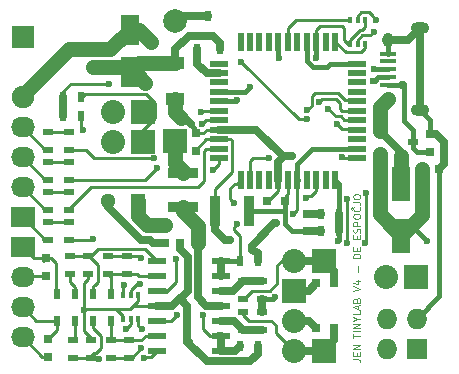
<source format=gbr>
G04 #@! TF.FileFunction,Copper,L1,Top,Signal*
%FSLAX46Y46*%
G04 Gerber Fmt 4.6, Leading zero omitted, Abs format (unit mm)*
G04 Created by KiCad (PCBNEW 4.0.1-stable) date 25/03/2016 9:42:22 AM*
%MOMM*%
G01*
G04 APERTURE LIST*
%ADD10C,0.100000*%
%ADD11R,0.800000X0.750000*%
%ADD12R,0.750000X0.800000*%
%ADD13C,1.300000*%
%ADD14R,1.300000X1.300000*%
%ADD15C,1.998980*%
%ADD16R,1.998980X1.998980*%
%ADD17R,1.600000X1.000000*%
%ADD18R,1.600000X0.560000*%
%ADD19R,0.560000X1.600000*%
%ADD20R,1.905000X1.905000*%
%ADD21C,1.905000*%
%ADD22R,0.900000X2.500000*%
%ADD23R,2.500000X0.900000*%
%ADD24R,2.032000X2.032000*%
%ADD25O,2.032000X2.032000*%
%ADD26R,1.350000X0.400000*%
%ADD27O,0.950000X1.250000*%
%ADD28O,1.550000X1.000000*%
%ADD29R,2.032000X1.727200*%
%ADD30O,2.032000X1.727200*%
%ADD31R,1.727200X1.727200*%
%ADD32O,1.727200X1.727200*%
%ADD33R,0.600000X0.900000*%
%ADD34R,0.900000X0.500000*%
%ADD35R,0.500000X0.900000*%
%ADD36R,0.900000X0.600000*%
%ADD37R,1.500000X0.600000*%
%ADD38R,0.304800X0.508000*%
%ADD39R,1.600200X2.999740*%
%ADD40R,1.600200X2.600960*%
%ADD41C,0.600000*%
%ADD42C,0.250000*%
%ADD43C,0.635000*%
%ADD44C,1.270000*%
%ADD45C,0.400000*%
G04 APERTURE END LIST*
D10*
X108411229Y-125167714D02*
X108839800Y-125167714D01*
X108925514Y-125196286D01*
X108982657Y-125253429D01*
X109011229Y-125339143D01*
X109011229Y-125396286D01*
X108696943Y-124882000D02*
X108696943Y-124682000D01*
X109011229Y-124596286D02*
X109011229Y-124882000D01*
X108411229Y-124882000D01*
X108411229Y-124596286D01*
X109011229Y-124339143D02*
X108411229Y-124339143D01*
X109011229Y-123996286D01*
X108411229Y-123996286D01*
X108411229Y-123339143D02*
X108411229Y-122996286D01*
X109011229Y-123167715D02*
X108411229Y-123167715D01*
X109011229Y-122796286D02*
X108411229Y-122796286D01*
X109011229Y-122510572D02*
X108411229Y-122510572D01*
X109011229Y-122167715D01*
X108411229Y-122167715D01*
X108725514Y-121767715D02*
X109011229Y-121767715D01*
X108411229Y-121967715D02*
X108725514Y-121767715D01*
X108411229Y-121567715D01*
X109011229Y-121082001D02*
X109011229Y-121367715D01*
X108411229Y-121367715D01*
X108839800Y-120910572D02*
X108839800Y-120624858D01*
X109011229Y-120967715D02*
X108411229Y-120767715D01*
X109011229Y-120567715D01*
X108696943Y-120167715D02*
X108725514Y-120082001D01*
X108754086Y-120053429D01*
X108811229Y-120024858D01*
X108896943Y-120024858D01*
X108954086Y-120053429D01*
X108982657Y-120082001D01*
X109011229Y-120139143D01*
X109011229Y-120367715D01*
X108411229Y-120367715D01*
X108411229Y-120167715D01*
X108439800Y-120110572D01*
X108468371Y-120082001D01*
X108525514Y-120053429D01*
X108582657Y-120053429D01*
X108639800Y-120082001D01*
X108668371Y-120110572D01*
X108696943Y-120167715D01*
X108696943Y-120367715D01*
X108411229Y-119396286D02*
X109011229Y-119196286D01*
X108411229Y-118996286D01*
X108611229Y-118539143D02*
X109011229Y-118539143D01*
X108382657Y-118682000D02*
X108811229Y-118824857D01*
X108811229Y-118453429D01*
X108782657Y-117767714D02*
X108782657Y-117310571D01*
X109011229Y-116567714D02*
X108411229Y-116567714D01*
X108411229Y-116424857D01*
X108439800Y-116339142D01*
X108496943Y-116282000D01*
X108554086Y-116253428D01*
X108668371Y-116224857D01*
X108754086Y-116224857D01*
X108868371Y-116253428D01*
X108925514Y-116282000D01*
X108982657Y-116339142D01*
X109011229Y-116424857D01*
X109011229Y-116567714D01*
X108696943Y-115967714D02*
X108696943Y-115767714D01*
X109011229Y-115682000D02*
X109011229Y-115967714D01*
X108411229Y-115967714D01*
X108411229Y-115682000D01*
X108696943Y-114967714D02*
X108696943Y-114767714D01*
X109011229Y-114682000D02*
X109011229Y-114967714D01*
X108411229Y-114967714D01*
X108411229Y-114682000D01*
X108982657Y-114453428D02*
X109011229Y-114367714D01*
X109011229Y-114224857D01*
X108982657Y-114167714D01*
X108954086Y-114139143D01*
X108896943Y-114110571D01*
X108839800Y-114110571D01*
X108782657Y-114139143D01*
X108754086Y-114167714D01*
X108725514Y-114224857D01*
X108696943Y-114339143D01*
X108668371Y-114396285D01*
X108639800Y-114424857D01*
X108582657Y-114453428D01*
X108525514Y-114453428D01*
X108468371Y-114424857D01*
X108439800Y-114396285D01*
X108411229Y-114339143D01*
X108411229Y-114196285D01*
X108439800Y-114110571D01*
X109011229Y-113853428D02*
X108411229Y-113853428D01*
X108411229Y-113624856D01*
X108439800Y-113567714D01*
X108468371Y-113539142D01*
X108525514Y-113510571D01*
X108611229Y-113510571D01*
X108668371Y-113539142D01*
X108696943Y-113567714D01*
X108725514Y-113624856D01*
X108725514Y-113853428D01*
X108411229Y-113139142D02*
X108411229Y-113024856D01*
X108439800Y-112967714D01*
X108496943Y-112910571D01*
X108611229Y-112881999D01*
X108811229Y-112881999D01*
X108925514Y-112910571D01*
X108982657Y-112967714D01*
X109011229Y-113024856D01*
X109011229Y-113139142D01*
X108982657Y-113196285D01*
X108925514Y-113253428D01*
X108811229Y-113281999D01*
X108611229Y-113281999D01*
X108496943Y-113253428D01*
X108439800Y-113196285D01*
X108411229Y-113139142D01*
X108954086Y-112282000D02*
X108982657Y-112310571D01*
X109011229Y-112396285D01*
X109011229Y-112453428D01*
X108982657Y-112539143D01*
X108925514Y-112596285D01*
X108868371Y-112624857D01*
X108754086Y-112653428D01*
X108668371Y-112653428D01*
X108554086Y-112624857D01*
X108496943Y-112596285D01*
X108439800Y-112539143D01*
X108411229Y-112453428D01*
X108411229Y-112396285D01*
X108439800Y-112310571D01*
X108468371Y-112282000D01*
X108268371Y-112539143D02*
X108182657Y-112424857D01*
X108268371Y-112310571D01*
X108411229Y-111853428D02*
X108839800Y-111853428D01*
X108925514Y-111882000D01*
X108982657Y-111939143D01*
X109011229Y-112024857D01*
X109011229Y-112082000D01*
X108411229Y-111453428D02*
X108411229Y-111339142D01*
X108439800Y-111282000D01*
X108496943Y-111224857D01*
X108611229Y-111196285D01*
X108811229Y-111196285D01*
X108925514Y-111224857D01*
X108982657Y-111282000D01*
X109011229Y-111339142D01*
X109011229Y-111453428D01*
X108982657Y-111510571D01*
X108925514Y-111567714D01*
X108811229Y-111596285D01*
X108611229Y-111596285D01*
X108496943Y-111567714D01*
X108439800Y-111510571D01*
X108411229Y-111453428D01*
D11*
X106795000Y-122555000D03*
X105295000Y-122555000D03*
X106795000Y-118745000D03*
X105295000Y-118745000D03*
D12*
X114887200Y-107633200D03*
X114887200Y-106133200D03*
D11*
X114213400Y-109029500D03*
X115713400Y-109029500D03*
D12*
X104521000Y-114351500D03*
X104521000Y-112851500D03*
D11*
X95238000Y-115316000D03*
X93738000Y-115316000D03*
X102604000Y-111760000D03*
X101104000Y-111760000D03*
D12*
X86360000Y-98945000D03*
X86360000Y-100445000D03*
X95059500Y-107557000D03*
X95059500Y-106057000D03*
X82423000Y-118098000D03*
X82423000Y-116598000D03*
X82550000Y-124956000D03*
X82550000Y-123456000D03*
D13*
X87670000Y-111760000D03*
D14*
X90170000Y-111760000D03*
D12*
X92456000Y-113804000D03*
X92456000Y-115304000D03*
D15*
X93342460Y-96520000D03*
D16*
X93342460Y-106680000D03*
D17*
X93345000Y-103100000D03*
X93345000Y-100100000D03*
D18*
X108720000Y-108140000D03*
X108720000Y-107340000D03*
X108720000Y-106540000D03*
X108720000Y-105740000D03*
X108720000Y-104940000D03*
X108720000Y-104140000D03*
X108720000Y-103340000D03*
X108720000Y-102540000D03*
X108720000Y-101740000D03*
X108720000Y-100940000D03*
X108720000Y-100140000D03*
D19*
X106870000Y-98290000D03*
X106070000Y-98290000D03*
X105270000Y-98290000D03*
X104470000Y-98290000D03*
X103670000Y-98290000D03*
X102870000Y-98290000D03*
X102070000Y-98290000D03*
X101270000Y-98290000D03*
X100470000Y-98290000D03*
X99670000Y-98290000D03*
X98870000Y-98290000D03*
D18*
X97020000Y-100140000D03*
X97020000Y-100940000D03*
X97020000Y-101740000D03*
X97020000Y-102540000D03*
X97020000Y-103340000D03*
X97020000Y-104140000D03*
X97020000Y-104940000D03*
X97020000Y-105740000D03*
X97020000Y-106540000D03*
X97020000Y-107340000D03*
X97020000Y-108140000D03*
D19*
X98870000Y-109990000D03*
X99670000Y-109990000D03*
X100470000Y-109990000D03*
X101270000Y-109990000D03*
X102070000Y-109990000D03*
X102870000Y-109990000D03*
X103670000Y-109990000D03*
X104470000Y-109990000D03*
X105270000Y-109990000D03*
X106070000Y-109990000D03*
X106870000Y-109990000D03*
D20*
X80444800Y-97917000D03*
D21*
X80444800Y-102997000D03*
D22*
X96721000Y-112649000D03*
X99621000Y-112649000D03*
D23*
X93980000Y-112321000D03*
X93980000Y-109421000D03*
D24*
X105918000Y-124460000D03*
D25*
X103378000Y-124460000D03*
D26*
X111340460Y-101910300D03*
X111340460Y-101260300D03*
X111340460Y-100610300D03*
X111340460Y-99960300D03*
X111340460Y-99310300D03*
D27*
X111340460Y-103110300D03*
X111340460Y-98110300D03*
D28*
X114040460Y-104110300D03*
X114040460Y-97110300D03*
D29*
X80444800Y-113157000D03*
D30*
X80444800Y-110617000D03*
X80444800Y-108077000D03*
X80444800Y-105537000D03*
D31*
X113795000Y-124307600D03*
D32*
X111255000Y-124307600D03*
X113795000Y-121767600D03*
X111255000Y-121767600D03*
D24*
X105918000Y-116840000D03*
D25*
X103378000Y-116840000D03*
D29*
X80444800Y-115697000D03*
D30*
X80444800Y-118237000D03*
X80444800Y-120777000D03*
X80444800Y-123317000D03*
D24*
X113706100Y-118224300D03*
D25*
X111166100Y-118224300D03*
D24*
X103378000Y-119380000D03*
D25*
X103378000Y-121920000D03*
D33*
X96139000Y-96136000D03*
X97089000Y-98936000D03*
X95189000Y-98936000D03*
D34*
X99060000Y-122670000D03*
X99060000Y-121170000D03*
X99060000Y-118566500D03*
X99060000Y-120066500D03*
X100647500Y-122670000D03*
X100647500Y-121170000D03*
X100647500Y-120066500D03*
X100647500Y-118566500D03*
D35*
X105676000Y-114300000D03*
X107176000Y-114300000D03*
X105676000Y-112903000D03*
X107176000Y-112903000D03*
D34*
X82550000Y-105930000D03*
X82550000Y-107430000D03*
X82550000Y-108470000D03*
X82550000Y-109970000D03*
X82550000Y-111010000D03*
X82550000Y-112510000D03*
X82550000Y-113550000D03*
X82550000Y-115050000D03*
X84328000Y-107430000D03*
X84328000Y-105930000D03*
X84328000Y-109970000D03*
X84328000Y-108470000D03*
X84328000Y-112510000D03*
X84328000Y-111010000D03*
X84328000Y-115050000D03*
X84328000Y-113550000D03*
X89395300Y-123570300D03*
X89395300Y-125070300D03*
X87871300Y-123570300D03*
X87871300Y-125070300D03*
X89281000Y-117971000D03*
X89281000Y-116471000D03*
X87630000Y-117971000D03*
X87630000Y-116471000D03*
D35*
X86372000Y-119634000D03*
X87872000Y-119634000D03*
X86372000Y-121920000D03*
X87872000Y-121920000D03*
X98818000Y-124079000D03*
X100318000Y-124079000D03*
D34*
X84455000Y-117971000D03*
X84455000Y-116471000D03*
X84709000Y-123583000D03*
X84709000Y-125083000D03*
D35*
X83324000Y-119634000D03*
X84824000Y-119634000D03*
X83324000Y-121920000D03*
X84824000Y-121920000D03*
X85332000Y-102946200D03*
X83832000Y-102946200D03*
X83832000Y-104546400D03*
X85332000Y-104546400D03*
X100318000Y-116840000D03*
X98818000Y-116840000D03*
D34*
X85979000Y-116471000D03*
X85979000Y-117971000D03*
X86233000Y-123583000D03*
X86233000Y-125083000D03*
D36*
X113464800Y-106807000D03*
X110664800Y-107757000D03*
X110664800Y-105857000D03*
D37*
X97213400Y-124485400D03*
X97213400Y-123215400D03*
X97213400Y-121945400D03*
X97213400Y-120675400D03*
X97213400Y-119405400D03*
X97213400Y-118135400D03*
X97213400Y-116865400D03*
X91813400Y-116865400D03*
X91813400Y-118135400D03*
X91813400Y-119405400D03*
X91813400Y-120675400D03*
X91813400Y-121945400D03*
X91813400Y-123215400D03*
X91813400Y-124485400D03*
D38*
X90195400Y-119710200D03*
X88925400Y-119710200D03*
X90195400Y-121742200D03*
X89560400Y-119710200D03*
X88925400Y-121742200D03*
X89560400Y-121742200D03*
X108140500Y-98488500D03*
X109410500Y-98488500D03*
X108140500Y-96456500D03*
X108775500Y-98488500D03*
X109410500Y-96456500D03*
X108775500Y-96456500D03*
D39*
X112448800Y-114696240D03*
X112448800Y-110296960D03*
D40*
X89535000Y-97259140D03*
X89535000Y-100860860D03*
D24*
X90604800Y-106807000D03*
D25*
X88064800Y-106807000D03*
D24*
X90604800Y-104267000D03*
D25*
X88064800Y-104267000D03*
D41*
X112588500Y-101955600D03*
X91328700Y-98298000D03*
X112464800Y-107982000D03*
X105123440Y-112872520D03*
X101886498Y-113662460D03*
X111623300Y-106781600D03*
X103261620Y-108000800D03*
X102108000Y-99631500D03*
X105283000Y-99631500D03*
X94488000Y-123698000D03*
X99822000Y-115887500D03*
X85623400Y-120980200D03*
X85572600Y-105791000D03*
X110670800Y-113271300D03*
X98008900Y-115062000D03*
X114645900Y-115150900D03*
X90805000Y-101757598D03*
X107462780Y-108071920D03*
X104455420Y-104861360D03*
X98918220Y-99969320D03*
X87691420Y-101833680D03*
X103342900Y-112852200D03*
X98542300Y-113715800D03*
X107020820Y-105272840D03*
X90376200Y-118778020D03*
X106304540Y-103946960D03*
X89202720Y-122577860D03*
X105524760Y-103398320D03*
X93401340Y-116707920D03*
X104518920Y-104061260D03*
X93508020Y-121406920D03*
X99685300Y-102095300D03*
X110061200Y-101574600D03*
X110200900Y-100622100D03*
X98580400Y-103251000D03*
X95504000Y-104203500D03*
X91503500Y-108140500D03*
X95567500Y-105283000D03*
X91821000Y-108966000D03*
X96500140Y-109118400D03*
X86357920Y-114985800D03*
X107914800Y-115332000D03*
X107889800Y-111582000D03*
X98314800Y-111907000D03*
X101289800Y-108132000D03*
X109514800Y-111107000D03*
X109439800Y-115332000D03*
X104397000Y-111544100D03*
X95697500Y-121462800D03*
X107124500Y-115125500D03*
X101790500Y-119888000D03*
X110378700Y-96428560D03*
X110134860Y-97434400D03*
X90500200Y-122605800D03*
X90474800Y-124256800D03*
X88976200Y-118872000D03*
X90449400Y-116586000D03*
X90678000Y-125095000D03*
X86918800Y-125120400D03*
D42*
X99060000Y-121170000D02*
X99060000Y-121412000D01*
X99060000Y-121412000D02*
X99568000Y-121920000D01*
X99568000Y-121920000D02*
X101473000Y-121920000D01*
X101473000Y-121920000D02*
X101854000Y-122301000D01*
X101854000Y-122301000D02*
X101854000Y-122936000D01*
X101854000Y-122936000D02*
X103378000Y-124460000D01*
D43*
X106795000Y-122555000D02*
X106795000Y-123583000D01*
X105918000Y-124460000D02*
X103378000Y-124460000D01*
X106795000Y-123583000D02*
X105918000Y-124460000D01*
X104660000Y-121920000D02*
X105295000Y-122555000D01*
X103378000Y-121920000D02*
X104660000Y-121920000D01*
D42*
X99060000Y-120066500D02*
X99135500Y-120066500D01*
X99135500Y-120066500D02*
X99822000Y-119380000D01*
X99822000Y-119380000D02*
X101346000Y-119380000D01*
X101346000Y-119380000D02*
X101981000Y-118745000D01*
X101981000Y-118745000D02*
X101981000Y-117221000D01*
X101981000Y-117221000D02*
X102362000Y-116840000D01*
X102362000Y-116840000D02*
X103378000Y-116840000D01*
D43*
X106795000Y-118745000D02*
X106795000Y-117717000D01*
X106795000Y-117717000D02*
X105918000Y-116840000D01*
X105918000Y-116840000D02*
X103378000Y-116840000D01*
X104660000Y-119380000D02*
X105295000Y-118745000D01*
X103378000Y-119380000D02*
X104660000Y-119380000D01*
X89535000Y-97259140D02*
X90289840Y-97259140D01*
D44*
X90289840Y-97259140D02*
X91328700Y-98298000D01*
D43*
X112543200Y-101910300D02*
X112530500Y-101910300D01*
X112588500Y-101955600D02*
X112543200Y-101910300D01*
D45*
X113464800Y-106807000D02*
X113464800Y-107315000D01*
X113783000Y-107633200D02*
X114887200Y-107633200D01*
X113464800Y-107315000D02*
X113783000Y-107633200D01*
X111340460Y-101910300D02*
X112530500Y-101910300D01*
X113464800Y-105765600D02*
X113464800Y-106807000D01*
X112677400Y-104978200D02*
X113464800Y-105765600D01*
X112677400Y-102057200D02*
X112677400Y-104978200D01*
X112530500Y-101910300D02*
X112677400Y-102057200D01*
D44*
X86360000Y-98945000D02*
X87849140Y-98945000D01*
X87849140Y-98945000D02*
X89535000Y-97259140D01*
X80391000Y-102870000D02*
X84316000Y-98945000D01*
X84316000Y-98945000D02*
X86360000Y-98945000D01*
X112448800Y-107982000D02*
X112448800Y-110296960D01*
X112464800Y-107982000D02*
X112448800Y-107982000D01*
D43*
X99822000Y-115887500D02*
X99822000Y-115547600D01*
X101707140Y-113662460D02*
X101886498Y-113662460D01*
X99822000Y-115547600D02*
X101707140Y-113662460D01*
X105123440Y-112872520D02*
X105123440Y-112851500D01*
X105123440Y-112851500D02*
X105123440Y-112872520D01*
X105123440Y-112872520D02*
X105123440Y-112851500D01*
X114040460Y-104110300D02*
X114040460Y-97110300D01*
X111340460Y-98110300D02*
X113040460Y-98110300D01*
X113040460Y-98110300D02*
X114040460Y-97110300D01*
X97020000Y-105740000D02*
X100182940Y-105740000D01*
X102443740Y-108000800D02*
X102507240Y-108000800D01*
X100182940Y-105740000D02*
X102443740Y-108000800D01*
X102070000Y-109990000D02*
X102070000Y-108438040D01*
X102070000Y-108438040D02*
X102507240Y-108000800D01*
X102507240Y-108000800D02*
X103261620Y-108000800D01*
X111623300Y-106781600D02*
X111606350Y-106798550D01*
X111606350Y-106798550D02*
X111623300Y-106781600D01*
X111623300Y-106781600D02*
X111623300Y-106815500D01*
D45*
X113795000Y-121767600D02*
X113795000Y-121742200D01*
X113795000Y-121742200D02*
X115713400Y-119823800D01*
X115713400Y-119823800D02*
X115713400Y-109029500D01*
D43*
X114887200Y-106133200D02*
X115458000Y-106133200D01*
X116119100Y-108623800D02*
X115713400Y-109029500D01*
X116119100Y-106794300D02*
X116119100Y-108623800D01*
X115458000Y-106133200D02*
X116119100Y-106794300D01*
X112448800Y-110296960D02*
X112448800Y-107641000D01*
X112448800Y-107641000D02*
X111623300Y-106815500D01*
X111623300Y-106815500D02*
X110664800Y-105857000D01*
D44*
X110664800Y-105857000D02*
X110664800Y-103785960D01*
X110664800Y-103785960D02*
X111340460Y-103110300D01*
D45*
X111340460Y-99310300D02*
X111340460Y-98110300D01*
X114887200Y-106133200D02*
X114887200Y-104957040D01*
X114887200Y-104957040D02*
X114040460Y-104110300D01*
D42*
X95059500Y-106057000D02*
X95695200Y-106057000D01*
X96012200Y-105740000D02*
X97020000Y-105740000D01*
X95695200Y-106057000D02*
X96012200Y-105740000D01*
D45*
X105270000Y-98290000D02*
X105270000Y-99618500D01*
X102070000Y-99593500D02*
X102070000Y-98290000D01*
X102108000Y-99631500D02*
X102070000Y-99593500D01*
X105270000Y-99618500D02*
X105283000Y-99631500D01*
D43*
X93738000Y-120003000D02*
X93801500Y-120003000D01*
X93738000Y-115836000D02*
X93738000Y-115316000D01*
X94402998Y-116500998D02*
X93738000Y-115836000D01*
X94402998Y-119401502D02*
X94402998Y-116500998D01*
X93801500Y-120003000D02*
X94402998Y-119401502D01*
D42*
X108140500Y-98488500D02*
X107950000Y-98488500D01*
X105270000Y-97295000D02*
X105270000Y-98290000D01*
X105600500Y-96964500D02*
X105270000Y-97295000D01*
X107442000Y-96964500D02*
X105600500Y-96964500D01*
X107632500Y-97155000D02*
X107442000Y-96964500D01*
X107632500Y-98171000D02*
X107632500Y-97155000D01*
X107950000Y-98488500D02*
X107632500Y-98171000D01*
X108140500Y-98488500D02*
X108140500Y-98107500D01*
X109410500Y-97028000D02*
X109410500Y-96456500D01*
X109156500Y-97282000D02*
X109410500Y-97028000D01*
X108966000Y-97282000D02*
X109156500Y-97282000D01*
X108140500Y-98107500D02*
X108966000Y-97282000D01*
X101104000Y-111760000D02*
X101219000Y-111760000D01*
X101219000Y-111760000D02*
X102070000Y-110909000D01*
X102070000Y-110909000D02*
X102070000Y-109990000D01*
X95059500Y-106057000D02*
X95059500Y-105918000D01*
X95059500Y-105918000D02*
X94742000Y-105600500D01*
D43*
X93789500Y-104711500D02*
X94107000Y-104711500D01*
X94107000Y-104711500D02*
X94678500Y-105283000D01*
D45*
X93853000Y-104711500D02*
X93789500Y-104711500D01*
X94107000Y-104711500D02*
X94678500Y-105283000D01*
D44*
X93345000Y-103100000D02*
X93345000Y-104203500D01*
X93345000Y-104203500D02*
X93853000Y-104711500D01*
D42*
X95059500Y-106057000D02*
X95059500Y-105664000D01*
X95059500Y-105664000D02*
X94678500Y-105283000D01*
X94678500Y-105283000D02*
X94107000Y-104711500D01*
X93853000Y-104711500D02*
X93345000Y-104203500D01*
D43*
X104521000Y-112851500D02*
X105123440Y-112851500D01*
X105123440Y-112851500D02*
X105624500Y-112851500D01*
X105624500Y-112851500D02*
X105676000Y-112903000D01*
X100318000Y-116840000D02*
X100318000Y-116193000D01*
X94488000Y-123698000D02*
X94361000Y-123698000D01*
X100318000Y-116193000D02*
X99822000Y-115887500D01*
X100318000Y-124079000D02*
X100318000Y-124726000D01*
X94361000Y-120626000D02*
X93738000Y-120003000D01*
X94361000Y-123698000D02*
X94361000Y-120626000D01*
X96012000Y-125349000D02*
X94361000Y-123698000D01*
X99695000Y-125349000D02*
X96012000Y-125349000D01*
X100318000Y-124726000D02*
X99695000Y-125349000D01*
X91813400Y-120675400D02*
X93065600Y-120675400D01*
X93065600Y-120675400D02*
X93738000Y-120003000D01*
D42*
X85332000Y-104546400D02*
X85332000Y-105550400D01*
X85623400Y-120980200D02*
X85623400Y-120954800D01*
X85332000Y-105550400D02*
X85572600Y-105791000D01*
X91813400Y-120675400D02*
X89738200Y-120675400D01*
X89712800Y-120700800D02*
X89712800Y-120726200D01*
X89738200Y-120675400D02*
X89712800Y-120700800D01*
X88366600Y-120954800D02*
X89484200Y-120954800D01*
X90195400Y-120243600D02*
X90195400Y-119710200D01*
X89484200Y-120954800D02*
X89712800Y-120726200D01*
X89712800Y-120726200D02*
X90195400Y-120243600D01*
X88925400Y-121742200D02*
X88925400Y-121513600D01*
X88925400Y-121513600D02*
X88366600Y-120954800D01*
X88366600Y-120954800D02*
X85623400Y-120954800D01*
X86233000Y-123367800D02*
X85623400Y-122758200D01*
X85979000Y-118338600D02*
X85979000Y-117971000D01*
X85623400Y-118694200D02*
X85979000Y-118338600D01*
X85623400Y-122758200D02*
X85623400Y-120954800D01*
X85623400Y-120954800D02*
X85623400Y-118694200D01*
X86233000Y-123583000D02*
X86233000Y-123367800D01*
D43*
X96721000Y-112649000D02*
X96721000Y-114231300D01*
X110664800Y-113265300D02*
X110664800Y-112912240D01*
X110670800Y-113271300D02*
X110664800Y-113265300D01*
X97551700Y-115062000D02*
X98008900Y-115062000D01*
X96721000Y-114231300D02*
X97551700Y-115062000D01*
D45*
X114645900Y-115150900D02*
X113364470Y-113869470D01*
X113364470Y-113869470D02*
X113364470Y-113780570D01*
D44*
X114213400Y-109029500D02*
X114213400Y-112931640D01*
X114213400Y-112931640D02*
X113364470Y-113780570D01*
X113364470Y-113780570D02*
X112448800Y-114696240D01*
X110664800Y-107757000D02*
X110664800Y-112912240D01*
X110664800Y-112912240D02*
X112448800Y-114696240D01*
D42*
X96721000Y-112649000D02*
X96721000Y-110797000D01*
X98031000Y-106540000D02*
X97020000Y-106540000D01*
X98171000Y-106680000D02*
X98031000Y-106540000D01*
X98171000Y-109347000D02*
X98171000Y-106680000D01*
X96721000Y-110797000D02*
X98171000Y-109347000D01*
X97020000Y-106540000D02*
X95961500Y-106540000D01*
X95961500Y-106540000D02*
X95059500Y-107442000D01*
X95059500Y-107442000D02*
X95059500Y-107557000D01*
D45*
X99621000Y-112649000D02*
X102604000Y-112649000D01*
X102604000Y-112649000D02*
X102362000Y-112649000D01*
X104521000Y-114351500D02*
X103239000Y-114351500D01*
X102604000Y-113716500D02*
X102604000Y-111760000D01*
X103239000Y-114351500D02*
X102604000Y-113716500D01*
D42*
X102604000Y-111760000D02*
X102604000Y-111454500D01*
X102604000Y-111454500D02*
X102870000Y-111188500D01*
X102870000Y-111188500D02*
X102870000Y-109990000D01*
X102362000Y-112649000D02*
X102604000Y-112407000D01*
X102604000Y-112407000D02*
X102604000Y-111760000D01*
D43*
X104521000Y-114351500D02*
X105624500Y-114351500D01*
X105624500Y-114351500D02*
X105676000Y-114300000D01*
X97213400Y-120675400D02*
X95973900Y-120675400D01*
X95238000Y-119939500D02*
X95238000Y-115316000D01*
X95973900Y-120675400D02*
X95238000Y-119939500D01*
D44*
X93980000Y-112321000D02*
X93980000Y-112649000D01*
X93980000Y-112649000D02*
X95238000Y-113907000D01*
X95238000Y-113907000D02*
X95238000Y-115316000D01*
D43*
X93345000Y-100100000D02*
X93345000Y-98933000D01*
X97089000Y-98359000D02*
X97089000Y-98936000D01*
X96520000Y-97790000D02*
X97089000Y-98359000D01*
X94488000Y-97790000D02*
X96520000Y-97790000D01*
X93345000Y-98933000D02*
X94488000Y-97790000D01*
D44*
X93345000Y-100100000D02*
X90295860Y-100100000D01*
X90295860Y-100100000D02*
X89535000Y-100860860D01*
X86360000Y-100445000D02*
X89119140Y-100445000D01*
X89119140Y-100445000D02*
X89535000Y-100860860D01*
D43*
X92456000Y-115304000D02*
X91428000Y-115304000D01*
X90424000Y-115062000D02*
X87670000Y-112308000D01*
X91186000Y-115062000D02*
X90424000Y-115062000D01*
X91428000Y-115304000D02*
X91186000Y-115062000D01*
X87670000Y-112308000D02*
X87670000Y-111760000D01*
D44*
X89535000Y-100860860D02*
X89908262Y-100860860D01*
X89908262Y-100860860D02*
X90805000Y-101757598D01*
D42*
X90170000Y-106172000D02*
X91592400Y-104749600D01*
X91592400Y-104749600D02*
X91592400Y-103454200D01*
X91592400Y-103454200D02*
X90855800Y-102717600D01*
X90855800Y-102717600D02*
X85699600Y-102717600D01*
X82423000Y-118098000D02*
X80583800Y-118098000D01*
X80583800Y-118098000D02*
X80444800Y-118237000D01*
X82423000Y-116598000D02*
X81345800Y-116598000D01*
X81345800Y-116598000D02*
X80444800Y-115697000D01*
X83286600Y-117041800D02*
X83286600Y-119596600D01*
X82842800Y-116598000D02*
X83286600Y-117041800D01*
X82423000Y-116598000D02*
X82842800Y-116598000D01*
X83286600Y-119596600D02*
X83324000Y-119634000D01*
X82181000Y-116840000D02*
X82423000Y-116598000D01*
X82550000Y-124956000D02*
X82083800Y-124956000D01*
X82083800Y-124956000D02*
X80444800Y-123317000D01*
X83324000Y-121920000D02*
X81587800Y-121920000D01*
X81587800Y-121920000D02*
X80444800Y-120777000D01*
X83324000Y-121920000D02*
X83324000Y-122682000D01*
X83324000Y-122682000D02*
X82550000Y-123456000D01*
X90170000Y-106680000D02*
X90170000Y-106172000D01*
X85699600Y-102717600D02*
X85471000Y-102946200D01*
X85471000Y-102946200D02*
X85332000Y-102946200D01*
D44*
X93980000Y-109421000D02*
X93980000Y-109220000D01*
X93980000Y-109220000D02*
X93342460Y-108582460D01*
X93342460Y-108582460D02*
X93342460Y-106680000D01*
X92456000Y-113804000D02*
X90944000Y-113804000D01*
X90170000Y-113030000D02*
X90170000Y-111760000D01*
X90944000Y-113804000D02*
X90170000Y-113030000D01*
D43*
X96139000Y-96136000D02*
X93726460Y-96136000D01*
X93726460Y-96136000D02*
X93342460Y-96520000D01*
X83832000Y-104546400D02*
X83832000Y-102946200D01*
D42*
X83832000Y-102946200D02*
X83832000Y-102482540D01*
X107530860Y-108140000D02*
X108720000Y-108140000D01*
X107462780Y-108071920D02*
X107530860Y-108140000D01*
X103810260Y-104861360D02*
X104455420Y-104861360D01*
X98918220Y-99969320D02*
X103810260Y-104861360D01*
X84480860Y-101833680D02*
X87691420Y-101833680D01*
X83832000Y-102482540D02*
X84480860Y-101833680D01*
X98818000Y-116840000D02*
X98818000Y-114740800D01*
X103673100Y-112522000D02*
X103673100Y-109993100D01*
X103342900Y-112852200D02*
X103673100Y-112522000D01*
X98288300Y-113969800D02*
X98542300Y-113715800D01*
X98288300Y-114211100D02*
X98288300Y-113969800D01*
X98818000Y-114740800D02*
X98288300Y-114211100D01*
X103673100Y-109993100D02*
X103670000Y-109990000D01*
D45*
X103670000Y-109990000D02*
X103670000Y-108610500D01*
X103670000Y-108610500D02*
X104940500Y-107340000D01*
X104940500Y-107340000D02*
X108720000Y-107340000D01*
X103695500Y-110015500D02*
X103670000Y-109990000D01*
X98818000Y-116840000D02*
X97238800Y-116840000D01*
X97238800Y-116840000D02*
X97213400Y-116865400D01*
D43*
X97213400Y-118135400D02*
X97213400Y-116865400D01*
D42*
X89560400Y-119710200D02*
X89560400Y-119311880D01*
X107422140Y-105674160D02*
X108654160Y-105674160D01*
X107020820Y-105272840D02*
X107422140Y-105674160D01*
X90094260Y-118778020D02*
X90376200Y-118778020D01*
X89560400Y-119311880D02*
X90094260Y-118778020D01*
X108654160Y-105674160D02*
X108720000Y-105740000D01*
X89560400Y-121742200D02*
X89560400Y-122220180D01*
X107645660Y-104902000D02*
X108682000Y-104902000D01*
X107361180Y-104617520D02*
X107645660Y-104902000D01*
X106975100Y-104617520D02*
X107361180Y-104617520D01*
X106304540Y-103946960D02*
X106975100Y-104617520D01*
X89560400Y-122220180D02*
X89202720Y-122577860D01*
X108682000Y-104902000D02*
X108720000Y-104940000D01*
X91813400Y-119405400D02*
X92613940Y-119405400D01*
X107432300Y-104140000D02*
X108720000Y-104140000D01*
X107307840Y-104015540D02*
X107432300Y-104140000D01*
X107307840Y-103489760D02*
X107307840Y-104015540D01*
X106952240Y-103134160D02*
X107307840Y-103489760D01*
X105788920Y-103134160D02*
X106952240Y-103134160D01*
X105524760Y-103398320D02*
X105788920Y-103134160D01*
X93401340Y-118618000D02*
X93401340Y-116707920D01*
X92613940Y-119405400D02*
X93401340Y-118618000D01*
D45*
X91813400Y-119405400D02*
X92557600Y-119405400D01*
D42*
X91813400Y-121945400D02*
X92969540Y-121945400D01*
X107742180Y-103220520D02*
X108600520Y-103220520D01*
X107122420Y-102600760D02*
X107742180Y-103220520D01*
X105204720Y-102600760D02*
X107122420Y-102600760D01*
X104882140Y-102923340D02*
X105204720Y-102600760D01*
X104882140Y-103698040D02*
X104882140Y-102923340D01*
X104518920Y-104061260D02*
X104882140Y-103698040D01*
X92969540Y-121945400D02*
X93508020Y-121406920D01*
X108600520Y-103220520D02*
X108720000Y-103340000D01*
D45*
X108694500Y-103314500D02*
X108720000Y-103340000D01*
X104470000Y-98290000D02*
X104470000Y-99898000D01*
X106425500Y-100140000D02*
X108720000Y-100140000D01*
X106172000Y-100393500D02*
X106425500Y-100140000D01*
X104965500Y-100393500D02*
X106172000Y-100393500D01*
X104470000Y-99898000D02*
X104965500Y-100393500D01*
D42*
X109410500Y-98488500D02*
X109410500Y-98806000D01*
X107767000Y-99187000D02*
X106870000Y-98290000D01*
X109029500Y-99187000D02*
X107767000Y-99187000D01*
X109410500Y-98806000D02*
X109029500Y-99187000D01*
X108140500Y-96456500D02*
X103568500Y-96456500D01*
X102870000Y-97155000D02*
X102870000Y-98290000D01*
X103568500Y-96456500D02*
X102870000Y-97155000D01*
D43*
X95189000Y-98936000D02*
X95189000Y-100142000D01*
X95987000Y-100940000D02*
X97020000Y-100940000D01*
X95189000Y-100142000D02*
X95987000Y-100940000D01*
D45*
X111340460Y-101260300D02*
X110540600Y-101260300D01*
X99240600Y-102540000D02*
X97020000Y-102540000D01*
X99685300Y-102095300D02*
X99240600Y-102540000D01*
X110226300Y-101574600D02*
X110061200Y-101574600D01*
X110540600Y-101260300D02*
X110226300Y-101574600D01*
X110212700Y-100610300D02*
X111340460Y-100610300D01*
X110200900Y-100622100D02*
X110212700Y-100610300D01*
X98491400Y-103340000D02*
X98580400Y-103251000D01*
X97020000Y-103340000D02*
X98491400Y-103340000D01*
D42*
X84328000Y-107430000D02*
X85776500Y-107430000D01*
X95567500Y-104140000D02*
X97020000Y-104140000D01*
X95504000Y-104203500D02*
X95567500Y-104140000D01*
X86487000Y-108140500D02*
X91503500Y-108140500D01*
X85776500Y-107430000D02*
X86487000Y-108140500D01*
X84328000Y-109970000D02*
X90817000Y-109970000D01*
X95910500Y-104940000D02*
X97020000Y-104940000D01*
X95567500Y-105283000D02*
X95910500Y-104940000D01*
X90817000Y-109970000D02*
X91821000Y-108966000D01*
X84328000Y-112510000D02*
X84328000Y-112452002D01*
X84328000Y-112452002D02*
X86226502Y-110553500D01*
X86226502Y-110553500D02*
X95250000Y-110553500D01*
X95250000Y-110553500D02*
X95758000Y-110045500D01*
X95758000Y-110045500D02*
X95758000Y-107505500D01*
X95758000Y-107505500D02*
X95923500Y-107340000D01*
X95923500Y-107340000D02*
X97020000Y-107340000D01*
X84328000Y-115050000D02*
X86293720Y-115050000D01*
X97020000Y-108598540D02*
X97020000Y-108140000D01*
X96500140Y-109118400D02*
X97020000Y-108598540D01*
X86293720Y-115050000D02*
X86357920Y-114985800D01*
X107914800Y-115332000D02*
X107889800Y-115307000D01*
X107889800Y-115307000D02*
X107889800Y-111582000D01*
X98314800Y-111907000D02*
X97989800Y-111582000D01*
X97989800Y-111582000D02*
X97989800Y-110707000D01*
X97989800Y-110707000D02*
X98389800Y-110307000D01*
X98389800Y-110307000D02*
X98553000Y-110307000D01*
X98553000Y-110307000D02*
X98870000Y-109990000D01*
X99670000Y-108401800D02*
X99670000Y-109990000D01*
X99914800Y-108157000D02*
X99670000Y-108401800D01*
X101264800Y-108157000D02*
X99914800Y-108157000D01*
X101289800Y-108132000D02*
X101264800Y-108157000D01*
X109514800Y-115257000D02*
X109514800Y-111107000D01*
X109439800Y-115332000D02*
X109514800Y-115257000D01*
X97213400Y-123215400D02*
X96281700Y-123215400D01*
X105270000Y-110899700D02*
X105270000Y-109990000D01*
X104841500Y-111328200D02*
X105270000Y-110899700D01*
X104612900Y-111328200D02*
X104841500Y-111328200D01*
X104397000Y-111544100D02*
X104612900Y-111328200D01*
X95697500Y-122631200D02*
X95697500Y-121462800D01*
X96281700Y-123215400D02*
X95697500Y-122631200D01*
D45*
X105283000Y-110003000D02*
X105270000Y-109990000D01*
X96997500Y-122999500D02*
X97213400Y-123215400D01*
D43*
X97213400Y-124485400D02*
X98411600Y-124485400D01*
X98411600Y-124485400D02*
X98818000Y-124079000D01*
X97213400Y-123215400D02*
X97213400Y-124485400D01*
D45*
X107176000Y-112903000D02*
X107176000Y-110296000D01*
X107176000Y-110296000D02*
X106870000Y-109990000D01*
X100647500Y-120066500D02*
X101612000Y-120066500D01*
X107176000Y-115074000D02*
X107176000Y-114300000D01*
X107124500Y-115125500D02*
X107176000Y-115074000D01*
X101612000Y-120066500D02*
X101790500Y-119888000D01*
D43*
X107176000Y-112903000D02*
X107176000Y-114300000D01*
X100647500Y-121170000D02*
X100647500Y-120066500D01*
D42*
X82550000Y-115050000D02*
X82337800Y-115050000D01*
X82337800Y-115050000D02*
X80444800Y-113157000D01*
X82550000Y-115050000D02*
X82182400Y-115050000D01*
X82550000Y-112510000D02*
X82337800Y-112510000D01*
X82337800Y-112510000D02*
X80444800Y-110617000D01*
X82550000Y-112510000D02*
X82385600Y-112510000D01*
X82550000Y-109970000D02*
X82337800Y-109970000D01*
X82337800Y-109970000D02*
X80444800Y-108077000D01*
X82550000Y-109970000D02*
X82309400Y-109970000D01*
X82550000Y-107430000D02*
X82337800Y-107430000D01*
X82337800Y-107430000D02*
X80444800Y-105537000D01*
X108775500Y-96096280D02*
X108775500Y-96456500D01*
X109083300Y-95788480D02*
X108775500Y-96096280D01*
X109784340Y-95788480D02*
X109083300Y-95788480D01*
X109982460Y-95986600D02*
X109784340Y-95788480D01*
X109982460Y-96032320D02*
X109982460Y-95986600D01*
X110378700Y-96428560D02*
X109982460Y-96032320D01*
X108775500Y-98108898D02*
X108775500Y-98488500D01*
X109129958Y-97754440D02*
X108775500Y-98108898D01*
X109814820Y-97754440D02*
X109129958Y-97754440D01*
X110134860Y-97434400D02*
X109814820Y-97754440D01*
D43*
X99060000Y-122670000D02*
X100647500Y-122670000D01*
X97213400Y-121945400D02*
X98335400Y-121945400D01*
X98335400Y-121945400D02*
X99060000Y-122670000D01*
X97213400Y-119405400D02*
X98221100Y-119405400D01*
X98221100Y-119405400D02*
X99060000Y-118566500D01*
X100647500Y-118566500D02*
X99060000Y-118566500D01*
D42*
X82550000Y-105930000D02*
X84328000Y-105930000D01*
X82550000Y-108470000D02*
X84328000Y-108470000D01*
X82550000Y-111010000D02*
X84328000Y-111010000D01*
X82550000Y-113550000D02*
X84328000Y-113550000D01*
X89395300Y-123570300D02*
X90475500Y-123570300D01*
X90830400Y-123215400D02*
X91813400Y-123215400D01*
X90475500Y-123570300D02*
X90830400Y-123215400D01*
X87871300Y-123570300D02*
X87871300Y-121920700D01*
X87871300Y-121920700D02*
X87872000Y-121920000D01*
X87871300Y-123570300D02*
X89395300Y-123570300D01*
X89395300Y-125070300D02*
X89661300Y-125070300D01*
X89661300Y-125070300D02*
X90474800Y-124256800D01*
X90220800Y-122326400D02*
X90220800Y-121767600D01*
X90500200Y-122605800D02*
X90220800Y-122326400D01*
X90220800Y-121767600D02*
X90195400Y-121742200D01*
X87871300Y-125070300D02*
X89395300Y-125070300D01*
X91813400Y-118135400D02*
X90271600Y-118135400D01*
X90107200Y-117971000D02*
X89281000Y-117971000D01*
X90271600Y-118135400D02*
X90107200Y-117971000D01*
X87872000Y-119634000D02*
X87872000Y-118213000D01*
X87872000Y-118213000D02*
X87630000Y-117971000D01*
X87630000Y-117971000D02*
X89281000Y-117971000D01*
X89281000Y-116471000D02*
X90334400Y-116471000D01*
X88925400Y-118922800D02*
X88925400Y-119710200D01*
X88976200Y-118872000D02*
X88925400Y-118922800D01*
X90334400Y-116471000D02*
X90449400Y-116586000D01*
X87630000Y-116471000D02*
X89281000Y-116471000D01*
X85979000Y-116471000D02*
X86195600Y-116471000D01*
X86195600Y-116471000D02*
X86817200Y-115849400D01*
X90805000Y-115849400D02*
X91813400Y-116857800D01*
X86817200Y-115849400D02*
X90805000Y-115849400D01*
X91813400Y-116857800D02*
X91813400Y-116865400D01*
X85979000Y-116471000D02*
X86067200Y-116471000D01*
X86067200Y-116471000D02*
X86791800Y-117195600D01*
X86372000Y-119012400D02*
X86372000Y-119634000D01*
X86512400Y-118872000D02*
X86372000Y-119012400D01*
X86537800Y-118872000D02*
X86512400Y-118872000D01*
X86791800Y-118618000D02*
X86537800Y-118872000D01*
X86791800Y-117195600D02*
X86791800Y-118618000D01*
X84455000Y-116471000D02*
X85979000Y-116471000D01*
X86233000Y-125083000D02*
X86881400Y-125083000D01*
X91305400Y-124993400D02*
X91813400Y-124485400D01*
X90779600Y-124993400D02*
X91305400Y-124993400D01*
X90678000Y-125095000D02*
X90779600Y-124993400D01*
X86881400Y-125083000D02*
X86918800Y-125120400D01*
X86372000Y-121920000D02*
X86372000Y-122516200D01*
X86233000Y-124815600D02*
X86233000Y-125083000D01*
X86436200Y-124612400D02*
X86233000Y-124815600D01*
X86614000Y-124612400D02*
X86436200Y-124612400D01*
X87045800Y-124180600D02*
X86791800Y-124434600D01*
X86791800Y-124434600D02*
X86614000Y-124612400D01*
X87045800Y-123190000D02*
X87045800Y-124180600D01*
X86372000Y-122516200D02*
X87045800Y-123190000D01*
X84709000Y-125083000D02*
X86233000Y-125083000D01*
X84824000Y-119634000D02*
X84824000Y-119037800D01*
X84455000Y-118668800D02*
X84455000Y-117971000D01*
X84824000Y-119037800D02*
X84455000Y-118668800D01*
X84824000Y-121920000D02*
X84824000Y-123468000D01*
X84824000Y-123468000D02*
X84709000Y-123583000D01*
M02*

</source>
